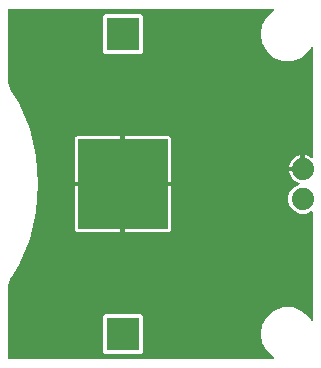
<source format=gbr>
G04 EAGLE Gerber RS-274X export*
G75*
%MOMM*%
%FSLAX34Y34*%
%LPD*%
%INBottom Copper*%
%IPPOS*%
%AMOC8*
5,1,8,0,0,1.08239X$1,22.5*%
G01*
%ADD10R,2.781300X2.781300*%
%ADD11R,7.620000X7.620000*%
%ADD12C,1.879600*%

G36*
X228840Y4075D02*
X228840Y4075D01*
X228914Y4075D01*
X228980Y4095D01*
X229049Y4105D01*
X229116Y4135D01*
X229186Y4155D01*
X229245Y4192D01*
X229308Y4221D01*
X229364Y4268D01*
X229426Y4308D01*
X229472Y4360D01*
X229525Y4404D01*
X229566Y4466D01*
X229615Y4521D01*
X229644Y4583D01*
X229683Y4641D01*
X229705Y4711D01*
X229736Y4778D01*
X229748Y4846D01*
X229768Y4912D01*
X229770Y4986D01*
X229782Y5058D01*
X229774Y5127D01*
X229776Y5196D01*
X229757Y5267D01*
X229748Y5341D01*
X229721Y5404D01*
X229704Y5471D01*
X229666Y5535D01*
X229638Y5602D01*
X229599Y5647D01*
X229559Y5716D01*
X229469Y5800D01*
X229420Y5858D01*
X223715Y10644D01*
X219729Y17549D01*
X218345Y25400D01*
X219729Y33251D01*
X223715Y40155D01*
X229822Y45280D01*
X237314Y48007D01*
X245286Y48007D01*
X252778Y45280D01*
X258885Y40156D01*
X260741Y36941D01*
X260753Y36926D01*
X260761Y36908D01*
X260840Y36814D01*
X260916Y36717D01*
X260932Y36706D01*
X260945Y36691D01*
X261047Y36622D01*
X261146Y36551D01*
X261165Y36544D01*
X261181Y36533D01*
X261299Y36496D01*
X261414Y36454D01*
X261434Y36453D01*
X261452Y36447D01*
X261575Y36444D01*
X261698Y36436D01*
X261717Y36441D01*
X261736Y36440D01*
X261855Y36471D01*
X261975Y36498D01*
X261993Y36507D01*
X262011Y36512D01*
X262117Y36574D01*
X262225Y36633D01*
X262239Y36647D01*
X262256Y36657D01*
X262340Y36747D01*
X262427Y36833D01*
X262437Y36850D01*
X262450Y36864D01*
X262506Y36974D01*
X262566Y37081D01*
X262571Y37100D01*
X262580Y37118D01*
X262592Y37190D01*
X262631Y37358D01*
X262629Y37409D01*
X262635Y37449D01*
X262635Y128285D01*
X262619Y128399D01*
X262609Y128513D01*
X262599Y128539D01*
X262595Y128567D01*
X262548Y128672D01*
X262507Y128779D01*
X262491Y128801D01*
X262479Y128826D01*
X262405Y128914D01*
X262336Y129005D01*
X262313Y129022D01*
X262296Y129043D01*
X262200Y129107D01*
X262108Y129176D01*
X262082Y129185D01*
X262059Y129201D01*
X261949Y129235D01*
X261842Y129276D01*
X261814Y129278D01*
X261788Y129286D01*
X261673Y129289D01*
X261559Y129299D01*
X261534Y129293D01*
X261504Y129294D01*
X261247Y129227D01*
X261231Y129223D01*
X256476Y127253D01*
X251524Y127253D01*
X246949Y129148D01*
X243448Y132649D01*
X241553Y137224D01*
X241553Y142176D01*
X243448Y146751D01*
X246949Y150252D01*
X250611Y151769D01*
X250671Y151804D01*
X250735Y151830D01*
X250793Y151876D01*
X250856Y151913D01*
X250904Y151963D01*
X250958Y152006D01*
X251001Y152066D01*
X251051Y152120D01*
X251083Y152181D01*
X251123Y152238D01*
X251148Y152307D01*
X251182Y152373D01*
X251195Y152440D01*
X251218Y152506D01*
X251222Y152579D01*
X251237Y152652D01*
X251231Y152720D01*
X251235Y152789D01*
X251219Y152861D01*
X251212Y152935D01*
X251187Y152999D01*
X251172Y153067D01*
X251137Y153131D01*
X251110Y153200D01*
X251069Y153255D01*
X251035Y153316D01*
X250983Y153368D01*
X250939Y153427D01*
X250883Y153468D01*
X250834Y153517D01*
X250779Y153546D01*
X250711Y153597D01*
X250603Y153638D01*
X250537Y153672D01*
X249417Y154036D01*
X247743Y154889D01*
X246222Y155994D01*
X244894Y157322D01*
X243789Y158843D01*
X242936Y160517D01*
X242355Y162304D01*
X242234Y163069D01*
X252984Y163069D01*
X253042Y163077D01*
X253100Y163075D01*
X253182Y163097D01*
X253265Y163109D01*
X253319Y163133D01*
X253375Y163147D01*
X253448Y163190D01*
X253525Y163225D01*
X253569Y163263D01*
X253620Y163293D01*
X253677Y163354D01*
X253742Y163409D01*
X253774Y163457D01*
X253814Y163500D01*
X253853Y163575D01*
X253899Y163645D01*
X253917Y163701D01*
X253944Y163753D01*
X253955Y163821D01*
X253985Y163916D01*
X253988Y164016D01*
X253999Y164084D01*
X253999Y165101D01*
X255016Y165101D01*
X255074Y165109D01*
X255132Y165108D01*
X255214Y165129D01*
X255297Y165141D01*
X255351Y165165D01*
X255407Y165179D01*
X255480Y165222D01*
X255557Y165257D01*
X255602Y165295D01*
X255652Y165325D01*
X255710Y165386D01*
X255774Y165441D01*
X255806Y165489D01*
X255846Y165532D01*
X255885Y165607D01*
X255931Y165677D01*
X255949Y165733D01*
X255976Y165785D01*
X255987Y165853D01*
X256017Y165948D01*
X256020Y166048D01*
X256031Y166116D01*
X256031Y176866D01*
X256796Y176745D01*
X258583Y176164D01*
X260257Y175311D01*
X261023Y174754D01*
X261105Y174711D01*
X261181Y174660D01*
X261230Y174645D01*
X261274Y174621D01*
X261364Y174602D01*
X261452Y174574D01*
X261503Y174573D01*
X261553Y174563D01*
X261644Y174569D01*
X261736Y174567D01*
X261785Y174580D01*
X261836Y174584D01*
X261923Y174616D01*
X262011Y174639D01*
X262055Y174665D01*
X262103Y174683D01*
X262177Y174737D01*
X262256Y174784D01*
X262291Y174821D01*
X262331Y174851D01*
X262387Y174924D01*
X262450Y174992D01*
X262473Y175037D01*
X262504Y175077D01*
X262538Y175163D01*
X262580Y175245D01*
X262587Y175289D01*
X262608Y175342D01*
X262620Y175469D01*
X262621Y175474D01*
X262622Y175491D01*
X262623Y175500D01*
X262635Y175576D01*
X262635Y267351D01*
X262633Y267371D01*
X262635Y267390D01*
X262613Y267511D01*
X262595Y267633D01*
X262587Y267651D01*
X262584Y267670D01*
X262529Y267780D01*
X262479Y267892D01*
X262467Y267907D01*
X262458Y267925D01*
X262375Y268016D01*
X262296Y268109D01*
X262279Y268120D01*
X262266Y268135D01*
X262161Y268199D01*
X262059Y268267D01*
X262040Y268273D01*
X262024Y268283D01*
X261905Y268316D01*
X261788Y268353D01*
X261768Y268353D01*
X261749Y268358D01*
X261627Y268357D01*
X261504Y268360D01*
X261485Y268355D01*
X261465Y268355D01*
X261347Y268319D01*
X261229Y268288D01*
X261212Y268278D01*
X261193Y268272D01*
X261090Y268206D01*
X260984Y268143D01*
X260971Y268129D01*
X260954Y268118D01*
X260908Y268061D01*
X260790Y267936D01*
X260766Y267890D01*
X260741Y267859D01*
X258885Y264644D01*
X252778Y259520D01*
X245286Y256793D01*
X237314Y256793D01*
X229822Y259520D01*
X223715Y264644D01*
X219729Y271549D01*
X218345Y279400D01*
X219729Y287251D01*
X223715Y294156D01*
X229420Y298942D01*
X229469Y298997D01*
X229525Y299045D01*
X229564Y299102D01*
X229610Y299154D01*
X229642Y299220D01*
X229683Y299281D01*
X229704Y299347D01*
X229734Y299410D01*
X229746Y299482D01*
X229768Y299552D01*
X229770Y299621D01*
X229782Y299690D01*
X229774Y299763D01*
X229776Y299836D01*
X229758Y299903D01*
X229751Y299972D01*
X229723Y300040D01*
X229704Y300111D01*
X229669Y300171D01*
X229642Y300235D01*
X229596Y300293D01*
X229559Y300356D01*
X229508Y300403D01*
X229465Y300457D01*
X229405Y300500D01*
X229351Y300550D01*
X229290Y300582D01*
X229233Y300622D01*
X229164Y300646D01*
X229098Y300680D01*
X229040Y300690D01*
X228965Y300716D01*
X228843Y300723D01*
X228767Y300735D01*
X5080Y300735D01*
X5022Y300727D01*
X4964Y300729D01*
X4882Y300707D01*
X4798Y300695D01*
X4745Y300672D01*
X4689Y300657D01*
X4616Y300614D01*
X4539Y300579D01*
X4494Y300541D01*
X4444Y300512D01*
X4386Y300450D01*
X4322Y300396D01*
X4290Y300347D01*
X4250Y300304D01*
X4211Y300229D01*
X4164Y300159D01*
X4147Y300103D01*
X4120Y300051D01*
X4109Y299983D01*
X4079Y299888D01*
X4076Y299788D01*
X4065Y299720D01*
X4065Y241300D01*
X4071Y241259D01*
X4067Y241226D01*
X4258Y238613D01*
X4288Y238474D01*
X4298Y238396D01*
X5800Y233391D01*
X5860Y233261D01*
X5886Y233187D01*
X7147Y230934D01*
X7163Y230913D01*
X7171Y230893D01*
X7226Y230804D01*
X7235Y230793D01*
X7240Y230782D01*
X8223Y229291D01*
X8226Y229283D01*
X8243Y229207D01*
X8303Y229098D01*
X8332Y229027D01*
X13504Y220715D01*
X22656Y198924D01*
X28240Y175959D01*
X30118Y152400D01*
X28240Y128841D01*
X22656Y105876D01*
X13504Y84085D01*
X8332Y75773D01*
X8302Y75705D01*
X8263Y75642D01*
X8244Y75576D01*
X8217Y75513D01*
X8214Y75496D01*
X7240Y74018D01*
X7234Y74005D01*
X7226Y73996D01*
X7171Y73907D01*
X7160Y73883D01*
X7147Y73866D01*
X5886Y71613D01*
X5851Y71522D01*
X5843Y71510D01*
X5831Y71472D01*
X5800Y71409D01*
X4298Y66404D01*
X4277Y66263D01*
X4258Y66187D01*
X4067Y63574D01*
X4070Y63533D01*
X4065Y63500D01*
X4065Y5080D01*
X4073Y5022D01*
X4071Y4964D01*
X4093Y4882D01*
X4105Y4798D01*
X4128Y4745D01*
X4143Y4689D01*
X4186Y4616D01*
X4221Y4539D01*
X4259Y4494D01*
X4288Y4444D01*
X4350Y4386D01*
X4404Y4322D01*
X4453Y4290D01*
X4496Y4250D01*
X4571Y4211D01*
X4641Y4164D01*
X4697Y4147D01*
X4749Y4120D01*
X4817Y4109D01*
X4912Y4079D01*
X5012Y4076D01*
X5080Y4065D01*
X228767Y4065D01*
X228840Y4075D01*
G37*
%LPC*%
G36*
X103631Y154431D02*
X103631Y154431D01*
X103631Y193041D01*
X140034Y193041D01*
X140681Y192868D01*
X141260Y192533D01*
X141733Y192060D01*
X142068Y191481D01*
X142241Y190834D01*
X142241Y154431D01*
X103631Y154431D01*
G37*
%LPD*%
%LPC*%
G36*
X60959Y154431D02*
X60959Y154431D01*
X60959Y190834D01*
X61132Y191481D01*
X61467Y192060D01*
X61940Y192533D01*
X62519Y192868D01*
X63166Y193041D01*
X99569Y193041D01*
X99569Y154431D01*
X60959Y154431D01*
G37*
%LPD*%
%LPC*%
G36*
X103631Y111759D02*
X103631Y111759D01*
X103631Y150369D01*
X142241Y150369D01*
X142241Y113966D01*
X142068Y113319D01*
X141733Y112740D01*
X141260Y112267D01*
X140681Y111932D01*
X140034Y111759D01*
X103631Y111759D01*
G37*
%LPD*%
%LPC*%
G36*
X63166Y111759D02*
X63166Y111759D01*
X62519Y111932D01*
X61940Y112267D01*
X61467Y112740D01*
X61132Y113319D01*
X60959Y113966D01*
X60959Y150369D01*
X99569Y150369D01*
X99569Y111759D01*
X63166Y111759D01*
G37*
%LPD*%
%LPC*%
G36*
X86431Y262445D02*
X86431Y262445D01*
X84645Y264231D01*
X84645Y294569D01*
X86431Y296355D01*
X116769Y296355D01*
X118555Y294569D01*
X118555Y264231D01*
X116769Y262445D01*
X86431Y262445D01*
G37*
%LPD*%
%LPC*%
G36*
X86431Y8445D02*
X86431Y8445D01*
X84645Y10231D01*
X84645Y40569D01*
X86431Y42355D01*
X116769Y42355D01*
X118555Y40569D01*
X118555Y10231D01*
X116769Y8445D01*
X86431Y8445D01*
G37*
%LPD*%
%LPC*%
G36*
X242234Y167131D02*
X242234Y167131D01*
X242355Y167896D01*
X242936Y169683D01*
X243789Y171357D01*
X244894Y172878D01*
X246222Y174206D01*
X247743Y175311D01*
X249417Y176164D01*
X251204Y176745D01*
X251969Y176866D01*
X251969Y167131D01*
X242234Y167131D01*
G37*
%LPD*%
%LPC*%
G36*
X101599Y152399D02*
X101599Y152399D01*
X101599Y152401D01*
X101601Y152401D01*
X101601Y152399D01*
X101599Y152399D01*
G37*
%LPD*%
D10*
X101600Y279400D03*
X101600Y25400D03*
D11*
X101600Y152400D03*
D12*
X254000Y165100D03*
X254000Y139700D03*
M02*

</source>
